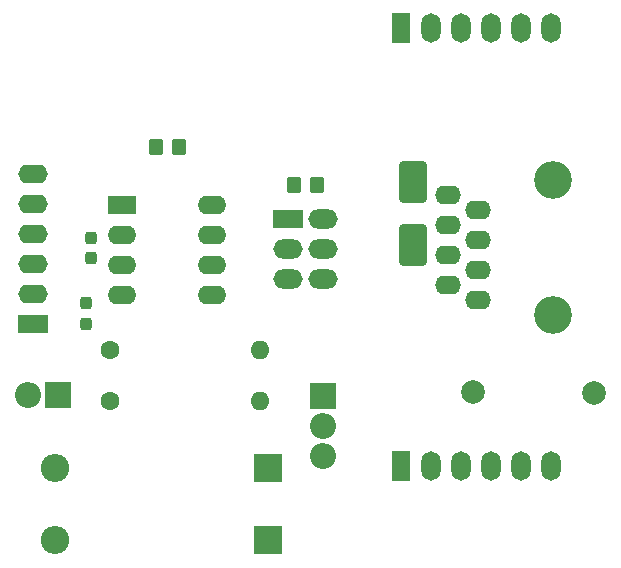
<source format=gbr>
%TF.GenerationSoftware,KiCad,Pcbnew,7.0.5*%
%TF.CreationDate,2023-11-17T15:06:45+01:00*%
%TF.ProjectId,canbus_transeiver_adapter,63616e62-7573-45f7-9472-616e73656976,rev?*%
%TF.SameCoordinates,Original*%
%TF.FileFunction,Soldermask,Bot*%
%TF.FilePolarity,Negative*%
%FSLAX46Y46*%
G04 Gerber Fmt 4.6, Leading zero omitted, Abs format (unit mm)*
G04 Created by KiCad (PCBNEW 7.0.5) date 2023-11-17 15:06:45*
%MOMM*%
%LPD*%
G01*
G04 APERTURE LIST*
G04 Aperture macros list*
%AMRoundRect*
0 Rectangle with rounded corners*
0 $1 Rounding radius*
0 $2 $3 $4 $5 $6 $7 $8 $9 X,Y pos of 4 corners*
0 Add a 4 corners polygon primitive as box body*
4,1,4,$2,$3,$4,$5,$6,$7,$8,$9,$2,$3,0*
0 Add four circle primitives for the rounded corners*
1,1,$1+$1,$2,$3*
1,1,$1+$1,$4,$5*
1,1,$1+$1,$6,$7*
1,1,$1+$1,$8,$9*
0 Add four rect primitives between the rounded corners*
20,1,$1+$1,$2,$3,$4,$5,0*
20,1,$1+$1,$4,$5,$6,$7,0*
20,1,$1+$1,$6,$7,$8,$9,0*
20,1,$1+$1,$8,$9,$2,$3,0*%
G04 Aperture macros list end*
%ADD10C,1.600000*%
%ADD11O,1.600000X1.600000*%
%ADD12R,2.500000X1.640000*%
%ADD13O,2.500000X1.640000*%
%ADD14R,2.200000X2.200000*%
%ADD15O,2.200000X2.200000*%
%ADD16R,1.640000X2.500000*%
%ADD17O,1.640000X2.500000*%
%ADD18C,3.200000*%
%ADD19O,2.200000X1.600000*%
%ADD20R,2.400000X2.400000*%
%ADD21O,2.400000X2.400000*%
%ADD22O,2.500000X1.600000*%
%ADD23R,2.400000X1.600000*%
%ADD24O,2.400000X1.600000*%
%ADD25RoundRect,0.250000X-0.350000X-0.450000X0.350000X-0.450000X0.350000X0.450000X-0.350000X0.450000X0*%
%ADD26RoundRect,0.250000X0.900000X-1.500000X0.900000X1.500000X-0.900000X1.500000X-0.900000X-1.500000X0*%
%ADD27RoundRect,0.237500X0.237500X-0.300000X0.237500X0.300000X-0.237500X0.300000X-0.237500X-0.300000X0*%
%ADD28C,2.000000*%
G04 APERTURE END LIST*
D10*
%TO.C,R2*%
X192278000Y-139827000D03*
D11*
X204978000Y-139827000D03*
%TD*%
D12*
%TO.C,J5*%
X207318000Y-124460000D03*
D13*
X210258000Y-124460000D03*
X207318000Y-127000000D03*
X210258000Y-127000000D03*
X207318000Y-129540000D03*
X210258000Y-129540000D03*
%TD*%
D14*
%TO.C,J1*%
X187833000Y-139319000D03*
D15*
X185293000Y-139319000D03*
%TD*%
D16*
%TO.C,J2*%
X216916000Y-108273500D03*
D17*
X219456000Y-108273500D03*
X221996000Y-108273500D03*
X224536000Y-108273500D03*
X227076000Y-108273500D03*
X229616000Y-108273500D03*
%TD*%
D18*
%TO.C,J4*%
X229723000Y-132552500D03*
X229723000Y-121122500D03*
D19*
X223373000Y-131282500D03*
X220833000Y-130012500D03*
X223373000Y-128742500D03*
X220833000Y-127472500D03*
X223373000Y-126202500D03*
X220833000Y-124932500D03*
X223373000Y-123662500D03*
X220833000Y-122392500D03*
%TD*%
D20*
%TO.C,C2*%
X205596000Y-151626500D03*
D21*
X187596000Y-151626500D03*
%TD*%
D12*
%TO.C,J3*%
X185731000Y-133335000D03*
D22*
X185731000Y-130795000D03*
X185731000Y-128255000D03*
X185731000Y-125715000D03*
X185731000Y-123175000D03*
X185731000Y-120635000D03*
%TD*%
D14*
%TO.C,U1*%
X210256000Y-139446000D03*
D15*
X210256000Y-141986000D03*
X210256000Y-144526000D03*
%TD*%
D10*
%TO.C,R1*%
X192259000Y-135509000D03*
D11*
X204959000Y-135509000D03*
%TD*%
D20*
%TO.C,C1*%
X205596000Y-145530500D03*
D21*
X187596000Y-145530500D03*
%TD*%
D23*
%TO.C,U2*%
X193304000Y-123200000D03*
D24*
X193304000Y-125740000D03*
X193304000Y-128280000D03*
X193304000Y-130820000D03*
X200924000Y-130820000D03*
X200924000Y-128280000D03*
X200924000Y-125740000D03*
X200924000Y-123200000D03*
%TD*%
D16*
%TO.C,J6*%
X216916000Y-145351500D03*
D17*
X219456000Y-145351500D03*
X221996000Y-145351500D03*
X224536000Y-145351500D03*
X227076000Y-145351500D03*
X229616000Y-145351500D03*
%TD*%
D25*
%TO.C,R4*%
X196120000Y-118364000D03*
X198120000Y-118364000D03*
%TD*%
D26*
%TO.C,D1*%
X217932000Y-126652000D03*
X217932000Y-121252000D03*
%TD*%
D27*
%TO.C,C3*%
X190627000Y-127762000D03*
X190627000Y-126037000D03*
%TD*%
%TO.C,C4*%
X190246000Y-133297000D03*
X190246000Y-131572000D03*
%TD*%
D25*
%TO.C,R3*%
X207793000Y-121539000D03*
X209793000Y-121539000D03*
%TD*%
D28*
X222982500Y-139065000D03*
X233272500Y-139192000D03*
M02*

</source>
